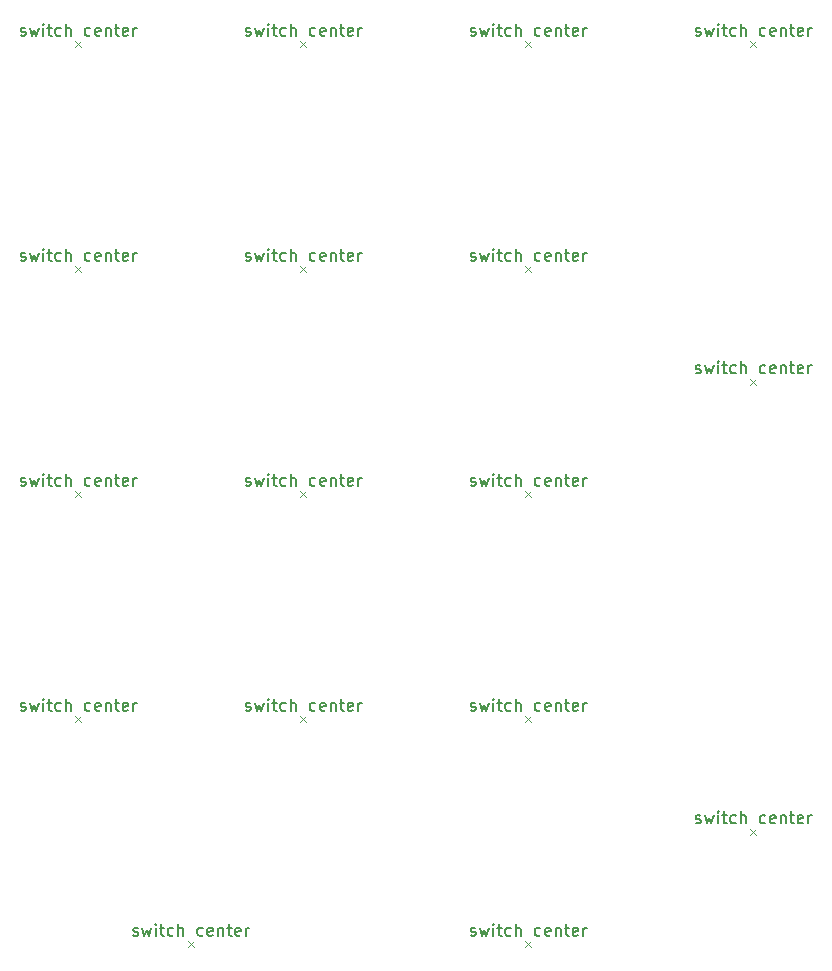
<source format=gbr>
%TF.GenerationSoftware,KiCad,Pcbnew,(6.0.10-0)*%
%TF.CreationDate,2023-02-04T09:28:37-08:00*%
%TF.ProjectId,ElephantKeyboard,456c6570-6861-46e7-944b-6579626f6172,rev?*%
%TF.SameCoordinates,Original*%
%TF.FileFunction,Other,Comment*%
%FSLAX46Y46*%
G04 Gerber Fmt 4.6, Leading zero omitted, Abs format (unit mm)*
G04 Created by KiCad (PCBNEW (6.0.10-0)) date 2023-02-04 09:28:37*
%MOMM*%
%LPD*%
G01*
G04 APERTURE LIST*
%ADD10C,0.150000*%
%ADD11C,0.120000*%
G04 APERTURE END LIST*
D10*
%TO.C,LED15*%
X77756357Y-148586761D02*
X77851595Y-148634380D01*
X78042071Y-148634380D01*
X78137309Y-148586761D01*
X78184928Y-148491523D01*
X78184928Y-148443904D01*
X78137309Y-148348666D01*
X78042071Y-148301047D01*
X77899214Y-148301047D01*
X77803976Y-148253428D01*
X77756357Y-148158190D01*
X77756357Y-148110571D01*
X77803976Y-148015333D01*
X77899214Y-147967714D01*
X78042071Y-147967714D01*
X78137309Y-148015333D01*
X78518261Y-147967714D02*
X78708738Y-148634380D01*
X78899214Y-148158190D01*
X79089690Y-148634380D01*
X79280166Y-147967714D01*
X79661119Y-148634380D02*
X79661119Y-147967714D01*
X79661119Y-147634380D02*
X79613500Y-147682000D01*
X79661119Y-147729619D01*
X79708738Y-147682000D01*
X79661119Y-147634380D01*
X79661119Y-147729619D01*
X79994452Y-147967714D02*
X80375404Y-147967714D01*
X80137309Y-147634380D02*
X80137309Y-148491523D01*
X80184928Y-148586761D01*
X80280166Y-148634380D01*
X80375404Y-148634380D01*
X81137309Y-148586761D02*
X81042071Y-148634380D01*
X80851595Y-148634380D01*
X80756357Y-148586761D01*
X80708738Y-148539142D01*
X80661119Y-148443904D01*
X80661119Y-148158190D01*
X80708738Y-148062952D01*
X80756357Y-148015333D01*
X80851595Y-147967714D01*
X81042071Y-147967714D01*
X81137309Y-148015333D01*
X81565880Y-148634380D02*
X81565880Y-147634380D01*
X81994452Y-148634380D02*
X81994452Y-148110571D01*
X81946833Y-148015333D01*
X81851595Y-147967714D01*
X81708738Y-147967714D01*
X81613500Y-148015333D01*
X81565880Y-148062952D01*
X83661119Y-148586761D02*
X83565880Y-148634380D01*
X83375404Y-148634380D01*
X83280166Y-148586761D01*
X83232547Y-148539142D01*
X83184928Y-148443904D01*
X83184928Y-148158190D01*
X83232547Y-148062952D01*
X83280166Y-148015333D01*
X83375404Y-147967714D01*
X83565880Y-147967714D01*
X83661119Y-148015333D01*
X84470642Y-148586761D02*
X84375404Y-148634380D01*
X84184928Y-148634380D01*
X84089690Y-148586761D01*
X84042071Y-148491523D01*
X84042071Y-148110571D01*
X84089690Y-148015333D01*
X84184928Y-147967714D01*
X84375404Y-147967714D01*
X84470642Y-148015333D01*
X84518261Y-148110571D01*
X84518261Y-148205809D01*
X84042071Y-148301047D01*
X84946833Y-147967714D02*
X84946833Y-148634380D01*
X84946833Y-148062952D02*
X84994452Y-148015333D01*
X85089690Y-147967714D01*
X85232547Y-147967714D01*
X85327785Y-148015333D01*
X85375404Y-148110571D01*
X85375404Y-148634380D01*
X85708738Y-147967714D02*
X86089690Y-147967714D01*
X85851595Y-147634380D02*
X85851595Y-148491523D01*
X85899214Y-148586761D01*
X85994452Y-148634380D01*
X86089690Y-148634380D01*
X86803976Y-148586761D02*
X86708738Y-148634380D01*
X86518261Y-148634380D01*
X86423023Y-148586761D01*
X86375404Y-148491523D01*
X86375404Y-148110571D01*
X86423023Y-148015333D01*
X86518261Y-147967714D01*
X86708738Y-147967714D01*
X86803976Y-148015333D01*
X86851595Y-148110571D01*
X86851595Y-148205809D01*
X86375404Y-148301047D01*
X87280166Y-148634380D02*
X87280166Y-147967714D01*
X87280166Y-148158190D02*
X87327785Y-148062952D01*
X87375404Y-148015333D01*
X87470642Y-147967714D01*
X87565880Y-147967714D01*
%TO.C,LED5*%
X68231357Y-91436761D02*
X68326595Y-91484380D01*
X68517071Y-91484380D01*
X68612309Y-91436761D01*
X68659928Y-91341523D01*
X68659928Y-91293904D01*
X68612309Y-91198666D01*
X68517071Y-91151047D01*
X68374214Y-91151047D01*
X68278976Y-91103428D01*
X68231357Y-91008190D01*
X68231357Y-90960571D01*
X68278976Y-90865333D01*
X68374214Y-90817714D01*
X68517071Y-90817714D01*
X68612309Y-90865333D01*
X68993261Y-90817714D02*
X69183738Y-91484380D01*
X69374214Y-91008190D01*
X69564690Y-91484380D01*
X69755166Y-90817714D01*
X70136119Y-91484380D02*
X70136119Y-90817714D01*
X70136119Y-90484380D02*
X70088500Y-90532000D01*
X70136119Y-90579619D01*
X70183738Y-90532000D01*
X70136119Y-90484380D01*
X70136119Y-90579619D01*
X70469452Y-90817714D02*
X70850404Y-90817714D01*
X70612309Y-90484380D02*
X70612309Y-91341523D01*
X70659928Y-91436761D01*
X70755166Y-91484380D01*
X70850404Y-91484380D01*
X71612309Y-91436761D02*
X71517071Y-91484380D01*
X71326595Y-91484380D01*
X71231357Y-91436761D01*
X71183738Y-91389142D01*
X71136119Y-91293904D01*
X71136119Y-91008190D01*
X71183738Y-90912952D01*
X71231357Y-90865333D01*
X71326595Y-90817714D01*
X71517071Y-90817714D01*
X71612309Y-90865333D01*
X72040880Y-91484380D02*
X72040880Y-90484380D01*
X72469452Y-91484380D02*
X72469452Y-90960571D01*
X72421833Y-90865333D01*
X72326595Y-90817714D01*
X72183738Y-90817714D01*
X72088500Y-90865333D01*
X72040880Y-90912952D01*
X74136119Y-91436761D02*
X74040880Y-91484380D01*
X73850404Y-91484380D01*
X73755166Y-91436761D01*
X73707547Y-91389142D01*
X73659928Y-91293904D01*
X73659928Y-91008190D01*
X73707547Y-90912952D01*
X73755166Y-90865333D01*
X73850404Y-90817714D01*
X74040880Y-90817714D01*
X74136119Y-90865333D01*
X74945642Y-91436761D02*
X74850404Y-91484380D01*
X74659928Y-91484380D01*
X74564690Y-91436761D01*
X74517071Y-91341523D01*
X74517071Y-90960571D01*
X74564690Y-90865333D01*
X74659928Y-90817714D01*
X74850404Y-90817714D01*
X74945642Y-90865333D01*
X74993261Y-90960571D01*
X74993261Y-91055809D01*
X74517071Y-91151047D01*
X75421833Y-90817714D02*
X75421833Y-91484380D01*
X75421833Y-90912952D02*
X75469452Y-90865333D01*
X75564690Y-90817714D01*
X75707547Y-90817714D01*
X75802785Y-90865333D01*
X75850404Y-90960571D01*
X75850404Y-91484380D01*
X76183738Y-90817714D02*
X76564690Y-90817714D01*
X76326595Y-90484380D02*
X76326595Y-91341523D01*
X76374214Y-91436761D01*
X76469452Y-91484380D01*
X76564690Y-91484380D01*
X77278976Y-91436761D02*
X77183738Y-91484380D01*
X76993261Y-91484380D01*
X76898023Y-91436761D01*
X76850404Y-91341523D01*
X76850404Y-90960571D01*
X76898023Y-90865333D01*
X76993261Y-90817714D01*
X77183738Y-90817714D01*
X77278976Y-90865333D01*
X77326595Y-90960571D01*
X77326595Y-91055809D01*
X76850404Y-91151047D01*
X77755166Y-91484380D02*
X77755166Y-90817714D01*
X77755166Y-91008190D02*
X77802785Y-90912952D01*
X77850404Y-90865333D01*
X77945642Y-90817714D01*
X78040880Y-90817714D01*
%TO.C,LED3*%
X106331357Y-72386761D02*
X106426595Y-72434380D01*
X106617071Y-72434380D01*
X106712309Y-72386761D01*
X106759928Y-72291523D01*
X106759928Y-72243904D01*
X106712309Y-72148666D01*
X106617071Y-72101047D01*
X106474214Y-72101047D01*
X106378976Y-72053428D01*
X106331357Y-71958190D01*
X106331357Y-71910571D01*
X106378976Y-71815333D01*
X106474214Y-71767714D01*
X106617071Y-71767714D01*
X106712309Y-71815333D01*
X107093261Y-71767714D02*
X107283738Y-72434380D01*
X107474214Y-71958190D01*
X107664690Y-72434380D01*
X107855166Y-71767714D01*
X108236119Y-72434380D02*
X108236119Y-71767714D01*
X108236119Y-71434380D02*
X108188500Y-71482000D01*
X108236119Y-71529619D01*
X108283738Y-71482000D01*
X108236119Y-71434380D01*
X108236119Y-71529619D01*
X108569452Y-71767714D02*
X108950404Y-71767714D01*
X108712309Y-71434380D02*
X108712309Y-72291523D01*
X108759928Y-72386761D01*
X108855166Y-72434380D01*
X108950404Y-72434380D01*
X109712309Y-72386761D02*
X109617071Y-72434380D01*
X109426595Y-72434380D01*
X109331357Y-72386761D01*
X109283738Y-72339142D01*
X109236119Y-72243904D01*
X109236119Y-71958190D01*
X109283738Y-71862952D01*
X109331357Y-71815333D01*
X109426595Y-71767714D01*
X109617071Y-71767714D01*
X109712309Y-71815333D01*
X110140880Y-72434380D02*
X110140880Y-71434380D01*
X110569452Y-72434380D02*
X110569452Y-71910571D01*
X110521833Y-71815333D01*
X110426595Y-71767714D01*
X110283738Y-71767714D01*
X110188500Y-71815333D01*
X110140880Y-71862952D01*
X112236119Y-72386761D02*
X112140880Y-72434380D01*
X111950404Y-72434380D01*
X111855166Y-72386761D01*
X111807547Y-72339142D01*
X111759928Y-72243904D01*
X111759928Y-71958190D01*
X111807547Y-71862952D01*
X111855166Y-71815333D01*
X111950404Y-71767714D01*
X112140880Y-71767714D01*
X112236119Y-71815333D01*
X113045642Y-72386761D02*
X112950404Y-72434380D01*
X112759928Y-72434380D01*
X112664690Y-72386761D01*
X112617071Y-72291523D01*
X112617071Y-71910571D01*
X112664690Y-71815333D01*
X112759928Y-71767714D01*
X112950404Y-71767714D01*
X113045642Y-71815333D01*
X113093261Y-71910571D01*
X113093261Y-72005809D01*
X112617071Y-72101047D01*
X113521833Y-71767714D02*
X113521833Y-72434380D01*
X113521833Y-71862952D02*
X113569452Y-71815333D01*
X113664690Y-71767714D01*
X113807547Y-71767714D01*
X113902785Y-71815333D01*
X113950404Y-71910571D01*
X113950404Y-72434380D01*
X114283738Y-71767714D02*
X114664690Y-71767714D01*
X114426595Y-71434380D02*
X114426595Y-72291523D01*
X114474214Y-72386761D01*
X114569452Y-72434380D01*
X114664690Y-72434380D01*
X115378976Y-72386761D02*
X115283738Y-72434380D01*
X115093261Y-72434380D01*
X114998023Y-72386761D01*
X114950404Y-72291523D01*
X114950404Y-71910571D01*
X114998023Y-71815333D01*
X115093261Y-71767714D01*
X115283738Y-71767714D01*
X115378976Y-71815333D01*
X115426595Y-71910571D01*
X115426595Y-72005809D01*
X114950404Y-72101047D01*
X115855166Y-72434380D02*
X115855166Y-71767714D01*
X115855166Y-71958190D02*
X115902785Y-71862952D01*
X115950404Y-71815333D01*
X116045642Y-71767714D01*
X116140880Y-71767714D01*
%TO.C,LED13*%
X87281357Y-129536761D02*
X87376595Y-129584380D01*
X87567071Y-129584380D01*
X87662309Y-129536761D01*
X87709928Y-129441523D01*
X87709928Y-129393904D01*
X87662309Y-129298666D01*
X87567071Y-129251047D01*
X87424214Y-129251047D01*
X87328976Y-129203428D01*
X87281357Y-129108190D01*
X87281357Y-129060571D01*
X87328976Y-128965333D01*
X87424214Y-128917714D01*
X87567071Y-128917714D01*
X87662309Y-128965333D01*
X88043261Y-128917714D02*
X88233738Y-129584380D01*
X88424214Y-129108190D01*
X88614690Y-129584380D01*
X88805166Y-128917714D01*
X89186119Y-129584380D02*
X89186119Y-128917714D01*
X89186119Y-128584380D02*
X89138500Y-128632000D01*
X89186119Y-128679619D01*
X89233738Y-128632000D01*
X89186119Y-128584380D01*
X89186119Y-128679619D01*
X89519452Y-128917714D02*
X89900404Y-128917714D01*
X89662309Y-128584380D02*
X89662309Y-129441523D01*
X89709928Y-129536761D01*
X89805166Y-129584380D01*
X89900404Y-129584380D01*
X90662309Y-129536761D02*
X90567071Y-129584380D01*
X90376595Y-129584380D01*
X90281357Y-129536761D01*
X90233738Y-129489142D01*
X90186119Y-129393904D01*
X90186119Y-129108190D01*
X90233738Y-129012952D01*
X90281357Y-128965333D01*
X90376595Y-128917714D01*
X90567071Y-128917714D01*
X90662309Y-128965333D01*
X91090880Y-129584380D02*
X91090880Y-128584380D01*
X91519452Y-129584380D02*
X91519452Y-129060571D01*
X91471833Y-128965333D01*
X91376595Y-128917714D01*
X91233738Y-128917714D01*
X91138500Y-128965333D01*
X91090880Y-129012952D01*
X93186119Y-129536761D02*
X93090880Y-129584380D01*
X92900404Y-129584380D01*
X92805166Y-129536761D01*
X92757547Y-129489142D01*
X92709928Y-129393904D01*
X92709928Y-129108190D01*
X92757547Y-129012952D01*
X92805166Y-128965333D01*
X92900404Y-128917714D01*
X93090880Y-128917714D01*
X93186119Y-128965333D01*
X93995642Y-129536761D02*
X93900404Y-129584380D01*
X93709928Y-129584380D01*
X93614690Y-129536761D01*
X93567071Y-129441523D01*
X93567071Y-129060571D01*
X93614690Y-128965333D01*
X93709928Y-128917714D01*
X93900404Y-128917714D01*
X93995642Y-128965333D01*
X94043261Y-129060571D01*
X94043261Y-129155809D01*
X93567071Y-129251047D01*
X94471833Y-128917714D02*
X94471833Y-129584380D01*
X94471833Y-129012952D02*
X94519452Y-128965333D01*
X94614690Y-128917714D01*
X94757547Y-128917714D01*
X94852785Y-128965333D01*
X94900404Y-129060571D01*
X94900404Y-129584380D01*
X95233738Y-128917714D02*
X95614690Y-128917714D01*
X95376595Y-128584380D02*
X95376595Y-129441523D01*
X95424214Y-129536761D01*
X95519452Y-129584380D01*
X95614690Y-129584380D01*
X96328976Y-129536761D02*
X96233738Y-129584380D01*
X96043261Y-129584380D01*
X95948023Y-129536761D01*
X95900404Y-129441523D01*
X95900404Y-129060571D01*
X95948023Y-128965333D01*
X96043261Y-128917714D01*
X96233738Y-128917714D01*
X96328976Y-128965333D01*
X96376595Y-129060571D01*
X96376595Y-129155809D01*
X95900404Y-129251047D01*
X96805166Y-129584380D02*
X96805166Y-128917714D01*
X96805166Y-129108190D02*
X96852785Y-129012952D01*
X96900404Y-128965333D01*
X96995642Y-128917714D01*
X97090880Y-128917714D01*
%TO.C,LED17*%
X125381357Y-139061761D02*
X125476595Y-139109380D01*
X125667071Y-139109380D01*
X125762309Y-139061761D01*
X125809928Y-138966523D01*
X125809928Y-138918904D01*
X125762309Y-138823666D01*
X125667071Y-138776047D01*
X125524214Y-138776047D01*
X125428976Y-138728428D01*
X125381357Y-138633190D01*
X125381357Y-138585571D01*
X125428976Y-138490333D01*
X125524214Y-138442714D01*
X125667071Y-138442714D01*
X125762309Y-138490333D01*
X126143261Y-138442714D02*
X126333738Y-139109380D01*
X126524214Y-138633190D01*
X126714690Y-139109380D01*
X126905166Y-138442714D01*
X127286119Y-139109380D02*
X127286119Y-138442714D01*
X127286119Y-138109380D02*
X127238500Y-138157000D01*
X127286119Y-138204619D01*
X127333738Y-138157000D01*
X127286119Y-138109380D01*
X127286119Y-138204619D01*
X127619452Y-138442714D02*
X128000404Y-138442714D01*
X127762309Y-138109380D02*
X127762309Y-138966523D01*
X127809928Y-139061761D01*
X127905166Y-139109380D01*
X128000404Y-139109380D01*
X128762309Y-139061761D02*
X128667071Y-139109380D01*
X128476595Y-139109380D01*
X128381357Y-139061761D01*
X128333738Y-139014142D01*
X128286119Y-138918904D01*
X128286119Y-138633190D01*
X128333738Y-138537952D01*
X128381357Y-138490333D01*
X128476595Y-138442714D01*
X128667071Y-138442714D01*
X128762309Y-138490333D01*
X129190880Y-139109380D02*
X129190880Y-138109380D01*
X129619452Y-139109380D02*
X129619452Y-138585571D01*
X129571833Y-138490333D01*
X129476595Y-138442714D01*
X129333738Y-138442714D01*
X129238500Y-138490333D01*
X129190880Y-138537952D01*
X131286119Y-139061761D02*
X131190880Y-139109380D01*
X131000404Y-139109380D01*
X130905166Y-139061761D01*
X130857547Y-139014142D01*
X130809928Y-138918904D01*
X130809928Y-138633190D01*
X130857547Y-138537952D01*
X130905166Y-138490333D01*
X131000404Y-138442714D01*
X131190880Y-138442714D01*
X131286119Y-138490333D01*
X132095642Y-139061761D02*
X132000404Y-139109380D01*
X131809928Y-139109380D01*
X131714690Y-139061761D01*
X131667071Y-138966523D01*
X131667071Y-138585571D01*
X131714690Y-138490333D01*
X131809928Y-138442714D01*
X132000404Y-138442714D01*
X132095642Y-138490333D01*
X132143261Y-138585571D01*
X132143261Y-138680809D01*
X131667071Y-138776047D01*
X132571833Y-138442714D02*
X132571833Y-139109380D01*
X132571833Y-138537952D02*
X132619452Y-138490333D01*
X132714690Y-138442714D01*
X132857547Y-138442714D01*
X132952785Y-138490333D01*
X133000404Y-138585571D01*
X133000404Y-139109380D01*
X133333738Y-138442714D02*
X133714690Y-138442714D01*
X133476595Y-138109380D02*
X133476595Y-138966523D01*
X133524214Y-139061761D01*
X133619452Y-139109380D01*
X133714690Y-139109380D01*
X134428976Y-139061761D02*
X134333738Y-139109380D01*
X134143261Y-139109380D01*
X134048023Y-139061761D01*
X134000404Y-138966523D01*
X134000404Y-138585571D01*
X134048023Y-138490333D01*
X134143261Y-138442714D01*
X134333738Y-138442714D01*
X134428976Y-138490333D01*
X134476595Y-138585571D01*
X134476595Y-138680809D01*
X134000404Y-138776047D01*
X134905166Y-139109380D02*
X134905166Y-138442714D01*
X134905166Y-138633190D02*
X134952785Y-138537952D01*
X135000404Y-138490333D01*
X135095642Y-138442714D01*
X135190880Y-138442714D01*
%TO.C,LED6*%
X87281357Y-91436761D02*
X87376595Y-91484380D01*
X87567071Y-91484380D01*
X87662309Y-91436761D01*
X87709928Y-91341523D01*
X87709928Y-91293904D01*
X87662309Y-91198666D01*
X87567071Y-91151047D01*
X87424214Y-91151047D01*
X87328976Y-91103428D01*
X87281357Y-91008190D01*
X87281357Y-90960571D01*
X87328976Y-90865333D01*
X87424214Y-90817714D01*
X87567071Y-90817714D01*
X87662309Y-90865333D01*
X88043261Y-90817714D02*
X88233738Y-91484380D01*
X88424214Y-91008190D01*
X88614690Y-91484380D01*
X88805166Y-90817714D01*
X89186119Y-91484380D02*
X89186119Y-90817714D01*
X89186119Y-90484380D02*
X89138500Y-90532000D01*
X89186119Y-90579619D01*
X89233738Y-90532000D01*
X89186119Y-90484380D01*
X89186119Y-90579619D01*
X89519452Y-90817714D02*
X89900404Y-90817714D01*
X89662309Y-90484380D02*
X89662309Y-91341523D01*
X89709928Y-91436761D01*
X89805166Y-91484380D01*
X89900404Y-91484380D01*
X90662309Y-91436761D02*
X90567071Y-91484380D01*
X90376595Y-91484380D01*
X90281357Y-91436761D01*
X90233738Y-91389142D01*
X90186119Y-91293904D01*
X90186119Y-91008190D01*
X90233738Y-90912952D01*
X90281357Y-90865333D01*
X90376595Y-90817714D01*
X90567071Y-90817714D01*
X90662309Y-90865333D01*
X91090880Y-91484380D02*
X91090880Y-90484380D01*
X91519452Y-91484380D02*
X91519452Y-90960571D01*
X91471833Y-90865333D01*
X91376595Y-90817714D01*
X91233738Y-90817714D01*
X91138500Y-90865333D01*
X91090880Y-90912952D01*
X93186119Y-91436761D02*
X93090880Y-91484380D01*
X92900404Y-91484380D01*
X92805166Y-91436761D01*
X92757547Y-91389142D01*
X92709928Y-91293904D01*
X92709928Y-91008190D01*
X92757547Y-90912952D01*
X92805166Y-90865333D01*
X92900404Y-90817714D01*
X93090880Y-90817714D01*
X93186119Y-90865333D01*
X93995642Y-91436761D02*
X93900404Y-91484380D01*
X93709928Y-91484380D01*
X93614690Y-91436761D01*
X93567071Y-91341523D01*
X93567071Y-90960571D01*
X93614690Y-90865333D01*
X93709928Y-90817714D01*
X93900404Y-90817714D01*
X93995642Y-90865333D01*
X94043261Y-90960571D01*
X94043261Y-91055809D01*
X93567071Y-91151047D01*
X94471833Y-90817714D02*
X94471833Y-91484380D01*
X94471833Y-90912952D02*
X94519452Y-90865333D01*
X94614690Y-90817714D01*
X94757547Y-90817714D01*
X94852785Y-90865333D01*
X94900404Y-90960571D01*
X94900404Y-91484380D01*
X95233738Y-90817714D02*
X95614690Y-90817714D01*
X95376595Y-90484380D02*
X95376595Y-91341523D01*
X95424214Y-91436761D01*
X95519452Y-91484380D01*
X95614690Y-91484380D01*
X96328976Y-91436761D02*
X96233738Y-91484380D01*
X96043261Y-91484380D01*
X95948023Y-91436761D01*
X95900404Y-91341523D01*
X95900404Y-90960571D01*
X95948023Y-90865333D01*
X96043261Y-90817714D01*
X96233738Y-90817714D01*
X96328976Y-90865333D01*
X96376595Y-90960571D01*
X96376595Y-91055809D01*
X95900404Y-91151047D01*
X96805166Y-91484380D02*
X96805166Y-90817714D01*
X96805166Y-91008190D02*
X96852785Y-90912952D01*
X96900404Y-90865333D01*
X96995642Y-90817714D01*
X97090880Y-90817714D01*
%TO.C,LED16*%
X106331357Y-148586761D02*
X106426595Y-148634380D01*
X106617071Y-148634380D01*
X106712309Y-148586761D01*
X106759928Y-148491523D01*
X106759928Y-148443904D01*
X106712309Y-148348666D01*
X106617071Y-148301047D01*
X106474214Y-148301047D01*
X106378976Y-148253428D01*
X106331357Y-148158190D01*
X106331357Y-148110571D01*
X106378976Y-148015333D01*
X106474214Y-147967714D01*
X106617071Y-147967714D01*
X106712309Y-148015333D01*
X107093261Y-147967714D02*
X107283738Y-148634380D01*
X107474214Y-148158190D01*
X107664690Y-148634380D01*
X107855166Y-147967714D01*
X108236119Y-148634380D02*
X108236119Y-147967714D01*
X108236119Y-147634380D02*
X108188500Y-147682000D01*
X108236119Y-147729619D01*
X108283738Y-147682000D01*
X108236119Y-147634380D01*
X108236119Y-147729619D01*
X108569452Y-147967714D02*
X108950404Y-147967714D01*
X108712309Y-147634380D02*
X108712309Y-148491523D01*
X108759928Y-148586761D01*
X108855166Y-148634380D01*
X108950404Y-148634380D01*
X109712309Y-148586761D02*
X109617071Y-148634380D01*
X109426595Y-148634380D01*
X109331357Y-148586761D01*
X109283738Y-148539142D01*
X109236119Y-148443904D01*
X109236119Y-148158190D01*
X109283738Y-148062952D01*
X109331357Y-148015333D01*
X109426595Y-147967714D01*
X109617071Y-147967714D01*
X109712309Y-148015333D01*
X110140880Y-148634380D02*
X110140880Y-147634380D01*
X110569452Y-148634380D02*
X110569452Y-148110571D01*
X110521833Y-148015333D01*
X110426595Y-147967714D01*
X110283738Y-147967714D01*
X110188500Y-148015333D01*
X110140880Y-148062952D01*
X112236119Y-148586761D02*
X112140880Y-148634380D01*
X111950404Y-148634380D01*
X111855166Y-148586761D01*
X111807547Y-148539142D01*
X111759928Y-148443904D01*
X111759928Y-148158190D01*
X111807547Y-148062952D01*
X111855166Y-148015333D01*
X111950404Y-147967714D01*
X112140880Y-147967714D01*
X112236119Y-148015333D01*
X113045642Y-148586761D02*
X112950404Y-148634380D01*
X112759928Y-148634380D01*
X112664690Y-148586761D01*
X112617071Y-148491523D01*
X112617071Y-148110571D01*
X112664690Y-148015333D01*
X112759928Y-147967714D01*
X112950404Y-147967714D01*
X113045642Y-148015333D01*
X113093261Y-148110571D01*
X113093261Y-148205809D01*
X112617071Y-148301047D01*
X113521833Y-147967714D02*
X113521833Y-148634380D01*
X113521833Y-148062952D02*
X113569452Y-148015333D01*
X113664690Y-147967714D01*
X113807547Y-147967714D01*
X113902785Y-148015333D01*
X113950404Y-148110571D01*
X113950404Y-148634380D01*
X114283738Y-147967714D02*
X114664690Y-147967714D01*
X114426595Y-147634380D02*
X114426595Y-148491523D01*
X114474214Y-148586761D01*
X114569452Y-148634380D01*
X114664690Y-148634380D01*
X115378976Y-148586761D02*
X115283738Y-148634380D01*
X115093261Y-148634380D01*
X114998023Y-148586761D01*
X114950404Y-148491523D01*
X114950404Y-148110571D01*
X114998023Y-148015333D01*
X115093261Y-147967714D01*
X115283738Y-147967714D01*
X115378976Y-148015333D01*
X115426595Y-148110571D01*
X115426595Y-148205809D01*
X114950404Y-148301047D01*
X115855166Y-148634380D02*
X115855166Y-147967714D01*
X115855166Y-148158190D02*
X115902785Y-148062952D01*
X115950404Y-148015333D01*
X116045642Y-147967714D01*
X116140880Y-147967714D01*
%TO.C,LED4*%
X125381357Y-72386761D02*
X125476595Y-72434380D01*
X125667071Y-72434380D01*
X125762309Y-72386761D01*
X125809928Y-72291523D01*
X125809928Y-72243904D01*
X125762309Y-72148666D01*
X125667071Y-72101047D01*
X125524214Y-72101047D01*
X125428976Y-72053428D01*
X125381357Y-71958190D01*
X125381357Y-71910571D01*
X125428976Y-71815333D01*
X125524214Y-71767714D01*
X125667071Y-71767714D01*
X125762309Y-71815333D01*
X126143261Y-71767714D02*
X126333738Y-72434380D01*
X126524214Y-71958190D01*
X126714690Y-72434380D01*
X126905166Y-71767714D01*
X127286119Y-72434380D02*
X127286119Y-71767714D01*
X127286119Y-71434380D02*
X127238500Y-71482000D01*
X127286119Y-71529619D01*
X127333738Y-71482000D01*
X127286119Y-71434380D01*
X127286119Y-71529619D01*
X127619452Y-71767714D02*
X128000404Y-71767714D01*
X127762309Y-71434380D02*
X127762309Y-72291523D01*
X127809928Y-72386761D01*
X127905166Y-72434380D01*
X128000404Y-72434380D01*
X128762309Y-72386761D02*
X128667071Y-72434380D01*
X128476595Y-72434380D01*
X128381357Y-72386761D01*
X128333738Y-72339142D01*
X128286119Y-72243904D01*
X128286119Y-71958190D01*
X128333738Y-71862952D01*
X128381357Y-71815333D01*
X128476595Y-71767714D01*
X128667071Y-71767714D01*
X128762309Y-71815333D01*
X129190880Y-72434380D02*
X129190880Y-71434380D01*
X129619452Y-72434380D02*
X129619452Y-71910571D01*
X129571833Y-71815333D01*
X129476595Y-71767714D01*
X129333738Y-71767714D01*
X129238500Y-71815333D01*
X129190880Y-71862952D01*
X131286119Y-72386761D02*
X131190880Y-72434380D01*
X131000404Y-72434380D01*
X130905166Y-72386761D01*
X130857547Y-72339142D01*
X130809928Y-72243904D01*
X130809928Y-71958190D01*
X130857547Y-71862952D01*
X130905166Y-71815333D01*
X131000404Y-71767714D01*
X131190880Y-71767714D01*
X131286119Y-71815333D01*
X132095642Y-72386761D02*
X132000404Y-72434380D01*
X131809928Y-72434380D01*
X131714690Y-72386761D01*
X131667071Y-72291523D01*
X131667071Y-71910571D01*
X131714690Y-71815333D01*
X131809928Y-71767714D01*
X132000404Y-71767714D01*
X132095642Y-71815333D01*
X132143261Y-71910571D01*
X132143261Y-72005809D01*
X131667071Y-72101047D01*
X132571833Y-71767714D02*
X132571833Y-72434380D01*
X132571833Y-71862952D02*
X132619452Y-71815333D01*
X132714690Y-71767714D01*
X132857547Y-71767714D01*
X132952785Y-71815333D01*
X133000404Y-71910571D01*
X133000404Y-72434380D01*
X133333738Y-71767714D02*
X133714690Y-71767714D01*
X133476595Y-71434380D02*
X133476595Y-72291523D01*
X133524214Y-72386761D01*
X133619452Y-72434380D01*
X133714690Y-72434380D01*
X134428976Y-72386761D02*
X134333738Y-72434380D01*
X134143261Y-72434380D01*
X134048023Y-72386761D01*
X134000404Y-72291523D01*
X134000404Y-71910571D01*
X134048023Y-71815333D01*
X134143261Y-71767714D01*
X134333738Y-71767714D01*
X134428976Y-71815333D01*
X134476595Y-71910571D01*
X134476595Y-72005809D01*
X134000404Y-72101047D01*
X134905166Y-72434380D02*
X134905166Y-71767714D01*
X134905166Y-71958190D02*
X134952785Y-71862952D01*
X135000404Y-71815333D01*
X135095642Y-71767714D01*
X135190880Y-71767714D01*
%TO.C,LED10*%
X106331357Y-110486761D02*
X106426595Y-110534380D01*
X106617071Y-110534380D01*
X106712309Y-110486761D01*
X106759928Y-110391523D01*
X106759928Y-110343904D01*
X106712309Y-110248666D01*
X106617071Y-110201047D01*
X106474214Y-110201047D01*
X106378976Y-110153428D01*
X106331357Y-110058190D01*
X106331357Y-110010571D01*
X106378976Y-109915333D01*
X106474214Y-109867714D01*
X106617071Y-109867714D01*
X106712309Y-109915333D01*
X107093261Y-109867714D02*
X107283738Y-110534380D01*
X107474214Y-110058190D01*
X107664690Y-110534380D01*
X107855166Y-109867714D01*
X108236119Y-110534380D02*
X108236119Y-109867714D01*
X108236119Y-109534380D02*
X108188500Y-109582000D01*
X108236119Y-109629619D01*
X108283738Y-109582000D01*
X108236119Y-109534380D01*
X108236119Y-109629619D01*
X108569452Y-109867714D02*
X108950404Y-109867714D01*
X108712309Y-109534380D02*
X108712309Y-110391523D01*
X108759928Y-110486761D01*
X108855166Y-110534380D01*
X108950404Y-110534380D01*
X109712309Y-110486761D02*
X109617071Y-110534380D01*
X109426595Y-110534380D01*
X109331357Y-110486761D01*
X109283738Y-110439142D01*
X109236119Y-110343904D01*
X109236119Y-110058190D01*
X109283738Y-109962952D01*
X109331357Y-109915333D01*
X109426595Y-109867714D01*
X109617071Y-109867714D01*
X109712309Y-109915333D01*
X110140880Y-110534380D02*
X110140880Y-109534380D01*
X110569452Y-110534380D02*
X110569452Y-110010571D01*
X110521833Y-109915333D01*
X110426595Y-109867714D01*
X110283738Y-109867714D01*
X110188500Y-109915333D01*
X110140880Y-109962952D01*
X112236119Y-110486761D02*
X112140880Y-110534380D01*
X111950404Y-110534380D01*
X111855166Y-110486761D01*
X111807547Y-110439142D01*
X111759928Y-110343904D01*
X111759928Y-110058190D01*
X111807547Y-109962952D01*
X111855166Y-109915333D01*
X111950404Y-109867714D01*
X112140880Y-109867714D01*
X112236119Y-109915333D01*
X113045642Y-110486761D02*
X112950404Y-110534380D01*
X112759928Y-110534380D01*
X112664690Y-110486761D01*
X112617071Y-110391523D01*
X112617071Y-110010571D01*
X112664690Y-109915333D01*
X112759928Y-109867714D01*
X112950404Y-109867714D01*
X113045642Y-109915333D01*
X113093261Y-110010571D01*
X113093261Y-110105809D01*
X112617071Y-110201047D01*
X113521833Y-109867714D02*
X113521833Y-110534380D01*
X113521833Y-109962952D02*
X113569452Y-109915333D01*
X113664690Y-109867714D01*
X113807547Y-109867714D01*
X113902785Y-109915333D01*
X113950404Y-110010571D01*
X113950404Y-110534380D01*
X114283738Y-109867714D02*
X114664690Y-109867714D01*
X114426595Y-109534380D02*
X114426595Y-110391523D01*
X114474214Y-110486761D01*
X114569452Y-110534380D01*
X114664690Y-110534380D01*
X115378976Y-110486761D02*
X115283738Y-110534380D01*
X115093261Y-110534380D01*
X114998023Y-110486761D01*
X114950404Y-110391523D01*
X114950404Y-110010571D01*
X114998023Y-109915333D01*
X115093261Y-109867714D01*
X115283738Y-109867714D01*
X115378976Y-109915333D01*
X115426595Y-110010571D01*
X115426595Y-110105809D01*
X114950404Y-110201047D01*
X115855166Y-110534380D02*
X115855166Y-109867714D01*
X115855166Y-110058190D02*
X115902785Y-109962952D01*
X115950404Y-109915333D01*
X116045642Y-109867714D01*
X116140880Y-109867714D01*
%TO.C,LED9*%
X87281357Y-110486761D02*
X87376595Y-110534380D01*
X87567071Y-110534380D01*
X87662309Y-110486761D01*
X87709928Y-110391523D01*
X87709928Y-110343904D01*
X87662309Y-110248666D01*
X87567071Y-110201047D01*
X87424214Y-110201047D01*
X87328976Y-110153428D01*
X87281357Y-110058190D01*
X87281357Y-110010571D01*
X87328976Y-109915333D01*
X87424214Y-109867714D01*
X87567071Y-109867714D01*
X87662309Y-109915333D01*
X88043261Y-109867714D02*
X88233738Y-110534380D01*
X88424214Y-110058190D01*
X88614690Y-110534380D01*
X88805166Y-109867714D01*
X89186119Y-110534380D02*
X89186119Y-109867714D01*
X89186119Y-109534380D02*
X89138500Y-109582000D01*
X89186119Y-109629619D01*
X89233738Y-109582000D01*
X89186119Y-109534380D01*
X89186119Y-109629619D01*
X89519452Y-109867714D02*
X89900404Y-109867714D01*
X89662309Y-109534380D02*
X89662309Y-110391523D01*
X89709928Y-110486761D01*
X89805166Y-110534380D01*
X89900404Y-110534380D01*
X90662309Y-110486761D02*
X90567071Y-110534380D01*
X90376595Y-110534380D01*
X90281357Y-110486761D01*
X90233738Y-110439142D01*
X90186119Y-110343904D01*
X90186119Y-110058190D01*
X90233738Y-109962952D01*
X90281357Y-109915333D01*
X90376595Y-109867714D01*
X90567071Y-109867714D01*
X90662309Y-109915333D01*
X91090880Y-110534380D02*
X91090880Y-109534380D01*
X91519452Y-110534380D02*
X91519452Y-110010571D01*
X91471833Y-109915333D01*
X91376595Y-109867714D01*
X91233738Y-109867714D01*
X91138500Y-109915333D01*
X91090880Y-109962952D01*
X93186119Y-110486761D02*
X93090880Y-110534380D01*
X92900404Y-110534380D01*
X92805166Y-110486761D01*
X92757547Y-110439142D01*
X92709928Y-110343904D01*
X92709928Y-110058190D01*
X92757547Y-109962952D01*
X92805166Y-109915333D01*
X92900404Y-109867714D01*
X93090880Y-109867714D01*
X93186119Y-109915333D01*
X93995642Y-110486761D02*
X93900404Y-110534380D01*
X93709928Y-110534380D01*
X93614690Y-110486761D01*
X93567071Y-110391523D01*
X93567071Y-110010571D01*
X93614690Y-109915333D01*
X93709928Y-109867714D01*
X93900404Y-109867714D01*
X93995642Y-109915333D01*
X94043261Y-110010571D01*
X94043261Y-110105809D01*
X93567071Y-110201047D01*
X94471833Y-109867714D02*
X94471833Y-110534380D01*
X94471833Y-109962952D02*
X94519452Y-109915333D01*
X94614690Y-109867714D01*
X94757547Y-109867714D01*
X94852785Y-109915333D01*
X94900404Y-110010571D01*
X94900404Y-110534380D01*
X95233738Y-109867714D02*
X95614690Y-109867714D01*
X95376595Y-109534380D02*
X95376595Y-110391523D01*
X95424214Y-110486761D01*
X95519452Y-110534380D01*
X95614690Y-110534380D01*
X96328976Y-110486761D02*
X96233738Y-110534380D01*
X96043261Y-110534380D01*
X95948023Y-110486761D01*
X95900404Y-110391523D01*
X95900404Y-110010571D01*
X95948023Y-109915333D01*
X96043261Y-109867714D01*
X96233738Y-109867714D01*
X96328976Y-109915333D01*
X96376595Y-110010571D01*
X96376595Y-110105809D01*
X95900404Y-110201047D01*
X96805166Y-110534380D02*
X96805166Y-109867714D01*
X96805166Y-110058190D02*
X96852785Y-109962952D01*
X96900404Y-109915333D01*
X96995642Y-109867714D01*
X97090880Y-109867714D01*
%TO.C,LED1*%
X68231357Y-72386761D02*
X68326595Y-72434380D01*
X68517071Y-72434380D01*
X68612309Y-72386761D01*
X68659928Y-72291523D01*
X68659928Y-72243904D01*
X68612309Y-72148666D01*
X68517071Y-72101047D01*
X68374214Y-72101047D01*
X68278976Y-72053428D01*
X68231357Y-71958190D01*
X68231357Y-71910571D01*
X68278976Y-71815333D01*
X68374214Y-71767714D01*
X68517071Y-71767714D01*
X68612309Y-71815333D01*
X68993261Y-71767714D02*
X69183738Y-72434380D01*
X69374214Y-71958190D01*
X69564690Y-72434380D01*
X69755166Y-71767714D01*
X70136119Y-72434380D02*
X70136119Y-71767714D01*
X70136119Y-71434380D02*
X70088500Y-71482000D01*
X70136119Y-71529619D01*
X70183738Y-71482000D01*
X70136119Y-71434380D01*
X70136119Y-71529619D01*
X70469452Y-71767714D02*
X70850404Y-71767714D01*
X70612309Y-71434380D02*
X70612309Y-72291523D01*
X70659928Y-72386761D01*
X70755166Y-72434380D01*
X70850404Y-72434380D01*
X71612309Y-72386761D02*
X71517071Y-72434380D01*
X71326595Y-72434380D01*
X71231357Y-72386761D01*
X71183738Y-72339142D01*
X71136119Y-72243904D01*
X71136119Y-71958190D01*
X71183738Y-71862952D01*
X71231357Y-71815333D01*
X71326595Y-71767714D01*
X71517071Y-71767714D01*
X71612309Y-71815333D01*
X72040880Y-72434380D02*
X72040880Y-71434380D01*
X72469452Y-72434380D02*
X72469452Y-71910571D01*
X72421833Y-71815333D01*
X72326595Y-71767714D01*
X72183738Y-71767714D01*
X72088500Y-71815333D01*
X72040880Y-71862952D01*
X74136119Y-72386761D02*
X74040880Y-72434380D01*
X73850404Y-72434380D01*
X73755166Y-72386761D01*
X73707547Y-72339142D01*
X73659928Y-72243904D01*
X73659928Y-71958190D01*
X73707547Y-71862952D01*
X73755166Y-71815333D01*
X73850404Y-71767714D01*
X74040880Y-71767714D01*
X74136119Y-71815333D01*
X74945642Y-72386761D02*
X74850404Y-72434380D01*
X74659928Y-72434380D01*
X74564690Y-72386761D01*
X74517071Y-72291523D01*
X74517071Y-71910571D01*
X74564690Y-71815333D01*
X74659928Y-71767714D01*
X74850404Y-71767714D01*
X74945642Y-71815333D01*
X74993261Y-71910571D01*
X74993261Y-72005809D01*
X74517071Y-72101047D01*
X75421833Y-71767714D02*
X75421833Y-72434380D01*
X75421833Y-71862952D02*
X75469452Y-71815333D01*
X75564690Y-71767714D01*
X75707547Y-71767714D01*
X75802785Y-71815333D01*
X75850404Y-71910571D01*
X75850404Y-72434380D01*
X76183738Y-71767714D02*
X76564690Y-71767714D01*
X76326595Y-71434380D02*
X76326595Y-72291523D01*
X76374214Y-72386761D01*
X76469452Y-72434380D01*
X76564690Y-72434380D01*
X77278976Y-72386761D02*
X77183738Y-72434380D01*
X76993261Y-72434380D01*
X76898023Y-72386761D01*
X76850404Y-72291523D01*
X76850404Y-71910571D01*
X76898023Y-71815333D01*
X76993261Y-71767714D01*
X77183738Y-71767714D01*
X77278976Y-71815333D01*
X77326595Y-71910571D01*
X77326595Y-72005809D01*
X76850404Y-72101047D01*
X77755166Y-72434380D02*
X77755166Y-71767714D01*
X77755166Y-71958190D02*
X77802785Y-71862952D01*
X77850404Y-71815333D01*
X77945642Y-71767714D01*
X78040880Y-71767714D01*
%TO.C,LED12*%
X68231357Y-129536761D02*
X68326595Y-129584380D01*
X68517071Y-129584380D01*
X68612309Y-129536761D01*
X68659928Y-129441523D01*
X68659928Y-129393904D01*
X68612309Y-129298666D01*
X68517071Y-129251047D01*
X68374214Y-129251047D01*
X68278976Y-129203428D01*
X68231357Y-129108190D01*
X68231357Y-129060571D01*
X68278976Y-128965333D01*
X68374214Y-128917714D01*
X68517071Y-128917714D01*
X68612309Y-128965333D01*
X68993261Y-128917714D02*
X69183738Y-129584380D01*
X69374214Y-129108190D01*
X69564690Y-129584380D01*
X69755166Y-128917714D01*
X70136119Y-129584380D02*
X70136119Y-128917714D01*
X70136119Y-128584380D02*
X70088500Y-128632000D01*
X70136119Y-128679619D01*
X70183738Y-128632000D01*
X70136119Y-128584380D01*
X70136119Y-128679619D01*
X70469452Y-128917714D02*
X70850404Y-128917714D01*
X70612309Y-128584380D02*
X70612309Y-129441523D01*
X70659928Y-129536761D01*
X70755166Y-129584380D01*
X70850404Y-129584380D01*
X71612309Y-129536761D02*
X71517071Y-129584380D01*
X71326595Y-129584380D01*
X71231357Y-129536761D01*
X71183738Y-129489142D01*
X71136119Y-129393904D01*
X71136119Y-129108190D01*
X71183738Y-129012952D01*
X71231357Y-128965333D01*
X71326595Y-128917714D01*
X71517071Y-128917714D01*
X71612309Y-128965333D01*
X72040880Y-129584380D02*
X72040880Y-128584380D01*
X72469452Y-129584380D02*
X72469452Y-129060571D01*
X72421833Y-128965333D01*
X72326595Y-128917714D01*
X72183738Y-128917714D01*
X72088500Y-128965333D01*
X72040880Y-129012952D01*
X74136119Y-129536761D02*
X74040880Y-129584380D01*
X73850404Y-129584380D01*
X73755166Y-129536761D01*
X73707547Y-129489142D01*
X73659928Y-129393904D01*
X73659928Y-129108190D01*
X73707547Y-129012952D01*
X73755166Y-128965333D01*
X73850404Y-128917714D01*
X74040880Y-128917714D01*
X74136119Y-128965333D01*
X74945642Y-129536761D02*
X74850404Y-129584380D01*
X74659928Y-129584380D01*
X74564690Y-129536761D01*
X74517071Y-129441523D01*
X74517071Y-129060571D01*
X74564690Y-128965333D01*
X74659928Y-128917714D01*
X74850404Y-128917714D01*
X74945642Y-128965333D01*
X74993261Y-129060571D01*
X74993261Y-129155809D01*
X74517071Y-129251047D01*
X75421833Y-128917714D02*
X75421833Y-129584380D01*
X75421833Y-129012952D02*
X75469452Y-128965333D01*
X75564690Y-128917714D01*
X75707547Y-128917714D01*
X75802785Y-128965333D01*
X75850404Y-129060571D01*
X75850404Y-129584380D01*
X76183738Y-128917714D02*
X76564690Y-128917714D01*
X76326595Y-128584380D02*
X76326595Y-129441523D01*
X76374214Y-129536761D01*
X76469452Y-129584380D01*
X76564690Y-129584380D01*
X77278976Y-129536761D02*
X77183738Y-129584380D01*
X76993261Y-129584380D01*
X76898023Y-129536761D01*
X76850404Y-129441523D01*
X76850404Y-129060571D01*
X76898023Y-128965333D01*
X76993261Y-128917714D01*
X77183738Y-128917714D01*
X77278976Y-128965333D01*
X77326595Y-129060571D01*
X77326595Y-129155809D01*
X76850404Y-129251047D01*
X77755166Y-129584380D02*
X77755166Y-128917714D01*
X77755166Y-129108190D02*
X77802785Y-129012952D01*
X77850404Y-128965333D01*
X77945642Y-128917714D01*
X78040880Y-128917714D01*
%TO.C,LED14*%
X106331357Y-129536761D02*
X106426595Y-129584380D01*
X106617071Y-129584380D01*
X106712309Y-129536761D01*
X106759928Y-129441523D01*
X106759928Y-129393904D01*
X106712309Y-129298666D01*
X106617071Y-129251047D01*
X106474214Y-129251047D01*
X106378976Y-129203428D01*
X106331357Y-129108190D01*
X106331357Y-129060571D01*
X106378976Y-128965333D01*
X106474214Y-128917714D01*
X106617071Y-128917714D01*
X106712309Y-128965333D01*
X107093261Y-128917714D02*
X107283738Y-129584380D01*
X107474214Y-129108190D01*
X107664690Y-129584380D01*
X107855166Y-128917714D01*
X108236119Y-129584380D02*
X108236119Y-128917714D01*
X108236119Y-128584380D02*
X108188500Y-128632000D01*
X108236119Y-128679619D01*
X108283738Y-128632000D01*
X108236119Y-128584380D01*
X108236119Y-128679619D01*
X108569452Y-128917714D02*
X108950404Y-128917714D01*
X108712309Y-128584380D02*
X108712309Y-129441523D01*
X108759928Y-129536761D01*
X108855166Y-129584380D01*
X108950404Y-129584380D01*
X109712309Y-129536761D02*
X109617071Y-129584380D01*
X109426595Y-129584380D01*
X109331357Y-129536761D01*
X109283738Y-129489142D01*
X109236119Y-129393904D01*
X109236119Y-129108190D01*
X109283738Y-129012952D01*
X109331357Y-128965333D01*
X109426595Y-128917714D01*
X109617071Y-128917714D01*
X109712309Y-128965333D01*
X110140880Y-129584380D02*
X110140880Y-128584380D01*
X110569452Y-129584380D02*
X110569452Y-129060571D01*
X110521833Y-128965333D01*
X110426595Y-128917714D01*
X110283738Y-128917714D01*
X110188500Y-128965333D01*
X110140880Y-129012952D01*
X112236119Y-129536761D02*
X112140880Y-129584380D01*
X111950404Y-129584380D01*
X111855166Y-129536761D01*
X111807547Y-129489142D01*
X111759928Y-129393904D01*
X111759928Y-129108190D01*
X111807547Y-129012952D01*
X111855166Y-128965333D01*
X111950404Y-128917714D01*
X112140880Y-128917714D01*
X112236119Y-128965333D01*
X113045642Y-129536761D02*
X112950404Y-129584380D01*
X112759928Y-129584380D01*
X112664690Y-129536761D01*
X112617071Y-129441523D01*
X112617071Y-129060571D01*
X112664690Y-128965333D01*
X112759928Y-128917714D01*
X112950404Y-128917714D01*
X113045642Y-128965333D01*
X113093261Y-129060571D01*
X113093261Y-129155809D01*
X112617071Y-129251047D01*
X113521833Y-128917714D02*
X113521833Y-129584380D01*
X113521833Y-129012952D02*
X113569452Y-128965333D01*
X113664690Y-128917714D01*
X113807547Y-128917714D01*
X113902785Y-128965333D01*
X113950404Y-129060571D01*
X113950404Y-129584380D01*
X114283738Y-128917714D02*
X114664690Y-128917714D01*
X114426595Y-128584380D02*
X114426595Y-129441523D01*
X114474214Y-129536761D01*
X114569452Y-129584380D01*
X114664690Y-129584380D01*
X115378976Y-129536761D02*
X115283738Y-129584380D01*
X115093261Y-129584380D01*
X114998023Y-129536761D01*
X114950404Y-129441523D01*
X114950404Y-129060571D01*
X114998023Y-128965333D01*
X115093261Y-128917714D01*
X115283738Y-128917714D01*
X115378976Y-128965333D01*
X115426595Y-129060571D01*
X115426595Y-129155809D01*
X114950404Y-129251047D01*
X115855166Y-129584380D02*
X115855166Y-128917714D01*
X115855166Y-129108190D02*
X115902785Y-129012952D01*
X115950404Y-128965333D01*
X116045642Y-128917714D01*
X116140880Y-128917714D01*
%TO.C,LED8*%
X68231357Y-110486761D02*
X68326595Y-110534380D01*
X68517071Y-110534380D01*
X68612309Y-110486761D01*
X68659928Y-110391523D01*
X68659928Y-110343904D01*
X68612309Y-110248666D01*
X68517071Y-110201047D01*
X68374214Y-110201047D01*
X68278976Y-110153428D01*
X68231357Y-110058190D01*
X68231357Y-110010571D01*
X68278976Y-109915333D01*
X68374214Y-109867714D01*
X68517071Y-109867714D01*
X68612309Y-109915333D01*
X68993261Y-109867714D02*
X69183738Y-110534380D01*
X69374214Y-110058190D01*
X69564690Y-110534380D01*
X69755166Y-109867714D01*
X70136119Y-110534380D02*
X70136119Y-109867714D01*
X70136119Y-109534380D02*
X70088500Y-109582000D01*
X70136119Y-109629619D01*
X70183738Y-109582000D01*
X70136119Y-109534380D01*
X70136119Y-109629619D01*
X70469452Y-109867714D02*
X70850404Y-109867714D01*
X70612309Y-109534380D02*
X70612309Y-110391523D01*
X70659928Y-110486761D01*
X70755166Y-110534380D01*
X70850404Y-110534380D01*
X71612309Y-110486761D02*
X71517071Y-110534380D01*
X71326595Y-110534380D01*
X71231357Y-110486761D01*
X71183738Y-110439142D01*
X71136119Y-110343904D01*
X71136119Y-110058190D01*
X71183738Y-109962952D01*
X71231357Y-109915333D01*
X71326595Y-109867714D01*
X71517071Y-109867714D01*
X71612309Y-109915333D01*
X72040880Y-110534380D02*
X72040880Y-109534380D01*
X72469452Y-110534380D02*
X72469452Y-110010571D01*
X72421833Y-109915333D01*
X72326595Y-109867714D01*
X72183738Y-109867714D01*
X72088500Y-109915333D01*
X72040880Y-109962952D01*
X74136119Y-110486761D02*
X74040880Y-110534380D01*
X73850404Y-110534380D01*
X73755166Y-110486761D01*
X73707547Y-110439142D01*
X73659928Y-110343904D01*
X73659928Y-110058190D01*
X73707547Y-109962952D01*
X73755166Y-109915333D01*
X73850404Y-109867714D01*
X74040880Y-109867714D01*
X74136119Y-109915333D01*
X74945642Y-110486761D02*
X74850404Y-110534380D01*
X74659928Y-110534380D01*
X74564690Y-110486761D01*
X74517071Y-110391523D01*
X74517071Y-110010571D01*
X74564690Y-109915333D01*
X74659928Y-109867714D01*
X74850404Y-109867714D01*
X74945642Y-109915333D01*
X74993261Y-110010571D01*
X74993261Y-110105809D01*
X74517071Y-110201047D01*
X75421833Y-109867714D02*
X75421833Y-110534380D01*
X75421833Y-109962952D02*
X75469452Y-109915333D01*
X75564690Y-109867714D01*
X75707547Y-109867714D01*
X75802785Y-109915333D01*
X75850404Y-110010571D01*
X75850404Y-110534380D01*
X76183738Y-109867714D02*
X76564690Y-109867714D01*
X76326595Y-109534380D02*
X76326595Y-110391523D01*
X76374214Y-110486761D01*
X76469452Y-110534380D01*
X76564690Y-110534380D01*
X77278976Y-110486761D02*
X77183738Y-110534380D01*
X76993261Y-110534380D01*
X76898023Y-110486761D01*
X76850404Y-110391523D01*
X76850404Y-110010571D01*
X76898023Y-109915333D01*
X76993261Y-109867714D01*
X77183738Y-109867714D01*
X77278976Y-109915333D01*
X77326595Y-110010571D01*
X77326595Y-110105809D01*
X76850404Y-110201047D01*
X77755166Y-110534380D02*
X77755166Y-109867714D01*
X77755166Y-110058190D02*
X77802785Y-109962952D01*
X77850404Y-109915333D01*
X77945642Y-109867714D01*
X78040880Y-109867714D01*
%TO.C,LED7*%
X106331357Y-91436761D02*
X106426595Y-91484380D01*
X106617071Y-91484380D01*
X106712309Y-91436761D01*
X106759928Y-91341523D01*
X106759928Y-91293904D01*
X106712309Y-91198666D01*
X106617071Y-91151047D01*
X106474214Y-91151047D01*
X106378976Y-91103428D01*
X106331357Y-91008190D01*
X106331357Y-90960571D01*
X106378976Y-90865333D01*
X106474214Y-90817714D01*
X106617071Y-90817714D01*
X106712309Y-90865333D01*
X107093261Y-90817714D02*
X107283738Y-91484380D01*
X107474214Y-91008190D01*
X107664690Y-91484380D01*
X107855166Y-90817714D01*
X108236119Y-91484380D02*
X108236119Y-90817714D01*
X108236119Y-90484380D02*
X108188500Y-90532000D01*
X108236119Y-90579619D01*
X108283738Y-90532000D01*
X108236119Y-90484380D01*
X108236119Y-90579619D01*
X108569452Y-90817714D02*
X108950404Y-90817714D01*
X108712309Y-90484380D02*
X108712309Y-91341523D01*
X108759928Y-91436761D01*
X108855166Y-91484380D01*
X108950404Y-91484380D01*
X109712309Y-91436761D02*
X109617071Y-91484380D01*
X109426595Y-91484380D01*
X109331357Y-91436761D01*
X109283738Y-91389142D01*
X109236119Y-91293904D01*
X109236119Y-91008190D01*
X109283738Y-90912952D01*
X109331357Y-90865333D01*
X109426595Y-90817714D01*
X109617071Y-90817714D01*
X109712309Y-90865333D01*
X110140880Y-91484380D02*
X110140880Y-90484380D01*
X110569452Y-91484380D02*
X110569452Y-90960571D01*
X110521833Y-90865333D01*
X110426595Y-90817714D01*
X110283738Y-90817714D01*
X110188500Y-90865333D01*
X110140880Y-90912952D01*
X112236119Y-91436761D02*
X112140880Y-91484380D01*
X111950404Y-91484380D01*
X111855166Y-91436761D01*
X111807547Y-91389142D01*
X111759928Y-91293904D01*
X111759928Y-91008190D01*
X111807547Y-90912952D01*
X111855166Y-90865333D01*
X111950404Y-90817714D01*
X112140880Y-90817714D01*
X112236119Y-90865333D01*
X113045642Y-91436761D02*
X112950404Y-91484380D01*
X112759928Y-91484380D01*
X112664690Y-91436761D01*
X112617071Y-91341523D01*
X112617071Y-90960571D01*
X112664690Y-90865333D01*
X112759928Y-90817714D01*
X112950404Y-90817714D01*
X113045642Y-90865333D01*
X113093261Y-90960571D01*
X113093261Y-91055809D01*
X112617071Y-91151047D01*
X113521833Y-90817714D02*
X113521833Y-91484380D01*
X113521833Y-90912952D02*
X113569452Y-90865333D01*
X113664690Y-90817714D01*
X113807547Y-90817714D01*
X113902785Y-90865333D01*
X113950404Y-90960571D01*
X113950404Y-91484380D01*
X114283738Y-90817714D02*
X114664690Y-90817714D01*
X114426595Y-90484380D02*
X114426595Y-91341523D01*
X114474214Y-91436761D01*
X114569452Y-91484380D01*
X114664690Y-91484380D01*
X115378976Y-91436761D02*
X115283738Y-91484380D01*
X115093261Y-91484380D01*
X114998023Y-91436761D01*
X114950404Y-91341523D01*
X114950404Y-90960571D01*
X114998023Y-90865333D01*
X115093261Y-90817714D01*
X115283738Y-90817714D01*
X115378976Y-90865333D01*
X115426595Y-90960571D01*
X115426595Y-91055809D01*
X114950404Y-91151047D01*
X115855166Y-91484380D02*
X115855166Y-90817714D01*
X115855166Y-91008190D02*
X115902785Y-90912952D01*
X115950404Y-90865333D01*
X116045642Y-90817714D01*
X116140880Y-90817714D01*
%TO.C,LED2*%
X87281357Y-72386761D02*
X87376595Y-72434380D01*
X87567071Y-72434380D01*
X87662309Y-72386761D01*
X87709928Y-72291523D01*
X87709928Y-72243904D01*
X87662309Y-72148666D01*
X87567071Y-72101047D01*
X87424214Y-72101047D01*
X87328976Y-72053428D01*
X87281357Y-71958190D01*
X87281357Y-71910571D01*
X87328976Y-71815333D01*
X87424214Y-71767714D01*
X87567071Y-71767714D01*
X87662309Y-71815333D01*
X88043261Y-71767714D02*
X88233738Y-72434380D01*
X88424214Y-71958190D01*
X88614690Y-72434380D01*
X88805166Y-71767714D01*
X89186119Y-72434380D02*
X89186119Y-71767714D01*
X89186119Y-71434380D02*
X89138500Y-71482000D01*
X89186119Y-71529619D01*
X89233738Y-71482000D01*
X89186119Y-71434380D01*
X89186119Y-71529619D01*
X89519452Y-71767714D02*
X89900404Y-71767714D01*
X89662309Y-71434380D02*
X89662309Y-72291523D01*
X89709928Y-72386761D01*
X89805166Y-72434380D01*
X89900404Y-72434380D01*
X90662309Y-72386761D02*
X90567071Y-72434380D01*
X90376595Y-72434380D01*
X90281357Y-72386761D01*
X90233738Y-72339142D01*
X90186119Y-72243904D01*
X90186119Y-71958190D01*
X90233738Y-71862952D01*
X90281357Y-71815333D01*
X90376595Y-71767714D01*
X90567071Y-71767714D01*
X90662309Y-71815333D01*
X91090880Y-72434380D02*
X91090880Y-71434380D01*
X91519452Y-72434380D02*
X91519452Y-71910571D01*
X91471833Y-71815333D01*
X91376595Y-71767714D01*
X91233738Y-71767714D01*
X91138500Y-71815333D01*
X91090880Y-71862952D01*
X93186119Y-72386761D02*
X93090880Y-72434380D01*
X92900404Y-72434380D01*
X92805166Y-72386761D01*
X92757547Y-72339142D01*
X92709928Y-72243904D01*
X92709928Y-71958190D01*
X92757547Y-71862952D01*
X92805166Y-71815333D01*
X92900404Y-71767714D01*
X93090880Y-71767714D01*
X93186119Y-71815333D01*
X93995642Y-72386761D02*
X93900404Y-72434380D01*
X93709928Y-72434380D01*
X93614690Y-72386761D01*
X93567071Y-72291523D01*
X93567071Y-71910571D01*
X93614690Y-71815333D01*
X93709928Y-71767714D01*
X93900404Y-71767714D01*
X93995642Y-71815333D01*
X94043261Y-71910571D01*
X94043261Y-72005809D01*
X93567071Y-72101047D01*
X94471833Y-71767714D02*
X94471833Y-72434380D01*
X94471833Y-71862952D02*
X94519452Y-71815333D01*
X94614690Y-71767714D01*
X94757547Y-71767714D01*
X94852785Y-71815333D01*
X94900404Y-71910571D01*
X94900404Y-72434380D01*
X95233738Y-71767714D02*
X95614690Y-71767714D01*
X95376595Y-71434380D02*
X95376595Y-72291523D01*
X95424214Y-72386761D01*
X95519452Y-72434380D01*
X95614690Y-72434380D01*
X96328976Y-72386761D02*
X96233738Y-72434380D01*
X96043261Y-72434380D01*
X95948023Y-72386761D01*
X95900404Y-72291523D01*
X95900404Y-71910571D01*
X95948023Y-71815333D01*
X96043261Y-71767714D01*
X96233738Y-71767714D01*
X96328976Y-71815333D01*
X96376595Y-71910571D01*
X96376595Y-72005809D01*
X95900404Y-72101047D01*
X96805166Y-72434380D02*
X96805166Y-71767714D01*
X96805166Y-71958190D02*
X96852785Y-71862952D01*
X96900404Y-71815333D01*
X96995642Y-71767714D01*
X97090880Y-71767714D01*
%TO.C,LED11*%
X125381357Y-100961761D02*
X125476595Y-101009380D01*
X125667071Y-101009380D01*
X125762309Y-100961761D01*
X125809928Y-100866523D01*
X125809928Y-100818904D01*
X125762309Y-100723666D01*
X125667071Y-100676047D01*
X125524214Y-100676047D01*
X125428976Y-100628428D01*
X125381357Y-100533190D01*
X125381357Y-100485571D01*
X125428976Y-100390333D01*
X125524214Y-100342714D01*
X125667071Y-100342714D01*
X125762309Y-100390333D01*
X126143261Y-100342714D02*
X126333738Y-101009380D01*
X126524214Y-100533190D01*
X126714690Y-101009380D01*
X126905166Y-100342714D01*
X127286119Y-101009380D02*
X127286119Y-100342714D01*
X127286119Y-100009380D02*
X127238500Y-100057000D01*
X127286119Y-100104619D01*
X127333738Y-100057000D01*
X127286119Y-100009380D01*
X127286119Y-100104619D01*
X127619452Y-100342714D02*
X128000404Y-100342714D01*
X127762309Y-100009380D02*
X127762309Y-100866523D01*
X127809928Y-100961761D01*
X127905166Y-101009380D01*
X128000404Y-101009380D01*
X128762309Y-100961761D02*
X128667071Y-101009380D01*
X128476595Y-101009380D01*
X128381357Y-100961761D01*
X128333738Y-100914142D01*
X128286119Y-100818904D01*
X128286119Y-100533190D01*
X128333738Y-100437952D01*
X128381357Y-100390333D01*
X128476595Y-100342714D01*
X128667071Y-100342714D01*
X128762309Y-100390333D01*
X129190880Y-101009380D02*
X129190880Y-100009380D01*
X129619452Y-101009380D02*
X129619452Y-100485571D01*
X129571833Y-100390333D01*
X129476595Y-100342714D01*
X129333738Y-100342714D01*
X129238500Y-100390333D01*
X129190880Y-100437952D01*
X131286119Y-100961761D02*
X131190880Y-101009380D01*
X131000404Y-101009380D01*
X130905166Y-100961761D01*
X130857547Y-100914142D01*
X130809928Y-100818904D01*
X130809928Y-100533190D01*
X130857547Y-100437952D01*
X130905166Y-100390333D01*
X131000404Y-100342714D01*
X131190880Y-100342714D01*
X131286119Y-100390333D01*
X132095642Y-100961761D02*
X132000404Y-101009380D01*
X131809928Y-101009380D01*
X131714690Y-100961761D01*
X131667071Y-100866523D01*
X131667071Y-100485571D01*
X131714690Y-100390333D01*
X131809928Y-100342714D01*
X132000404Y-100342714D01*
X132095642Y-100390333D01*
X132143261Y-100485571D01*
X132143261Y-100580809D01*
X131667071Y-100676047D01*
X132571833Y-100342714D02*
X132571833Y-101009380D01*
X132571833Y-100437952D02*
X132619452Y-100390333D01*
X132714690Y-100342714D01*
X132857547Y-100342714D01*
X132952785Y-100390333D01*
X133000404Y-100485571D01*
X133000404Y-101009380D01*
X133333738Y-100342714D02*
X133714690Y-100342714D01*
X133476595Y-100009380D02*
X133476595Y-100866523D01*
X133524214Y-100961761D01*
X133619452Y-101009380D01*
X133714690Y-101009380D01*
X134428976Y-100961761D02*
X134333738Y-101009380D01*
X134143261Y-101009380D01*
X134048023Y-100961761D01*
X134000404Y-100866523D01*
X134000404Y-100485571D01*
X134048023Y-100390333D01*
X134143261Y-100342714D01*
X134333738Y-100342714D01*
X134428976Y-100390333D01*
X134476595Y-100485571D01*
X134476595Y-100580809D01*
X134000404Y-100676047D01*
X134905166Y-101009380D02*
X134905166Y-100342714D01*
X134905166Y-100533190D02*
X134952785Y-100437952D01*
X135000404Y-100390333D01*
X135095642Y-100342714D01*
X135190880Y-100342714D01*
D11*
%TO.C,LED15*%
X82363500Y-149602000D02*
X82613500Y-149352000D01*
X82613500Y-149352000D02*
X82363500Y-149102000D01*
X82613500Y-149352000D02*
X82863500Y-149102000D01*
X82863500Y-149602000D02*
X82613500Y-149352000D01*
%TO.C,LED5*%
X72838500Y-92452000D02*
X73088500Y-92202000D01*
X73088500Y-92202000D02*
X73338500Y-91952000D01*
X73088500Y-92202000D02*
X72838500Y-91952000D01*
X73338500Y-92452000D02*
X73088500Y-92202000D01*
%TO.C,LED3*%
X111188500Y-73152000D02*
X110938500Y-72902000D01*
X111188500Y-73152000D02*
X111438500Y-72902000D01*
X110938500Y-73402000D02*
X111188500Y-73152000D01*
X111438500Y-73402000D02*
X111188500Y-73152000D01*
%TO.C,LED13*%
X91888500Y-130552000D02*
X92138500Y-130302000D01*
X92138500Y-130302000D02*
X91888500Y-130052000D01*
X92388500Y-130552000D02*
X92138500Y-130302000D01*
X92138500Y-130302000D02*
X92388500Y-130052000D01*
%TO.C,LED17*%
X130238500Y-139827000D02*
X129988500Y-139577000D01*
X129988500Y-140077000D02*
X130238500Y-139827000D01*
X130238500Y-139827000D02*
X130488500Y-139577000D01*
X130488500Y-140077000D02*
X130238500Y-139827000D01*
%TO.C,LED6*%
X92388500Y-92452000D02*
X92138500Y-92202000D01*
X92138500Y-92202000D02*
X92388500Y-91952000D01*
X91888500Y-92452000D02*
X92138500Y-92202000D01*
X92138500Y-92202000D02*
X91888500Y-91952000D01*
%TO.C,LED16*%
X111188500Y-149352000D02*
X110938500Y-149102000D01*
X110938500Y-149602000D02*
X111188500Y-149352000D01*
X111438500Y-149602000D02*
X111188500Y-149352000D01*
X111188500Y-149352000D02*
X111438500Y-149102000D01*
%TO.C,LED4*%
X129988500Y-73402000D02*
X130238500Y-73152000D01*
X130488500Y-73402000D02*
X130238500Y-73152000D01*
X130238500Y-73152000D02*
X129988500Y-72902000D01*
X130238500Y-73152000D02*
X130488500Y-72902000D01*
%TO.C,LED10*%
X110938500Y-111502000D02*
X111188500Y-111252000D01*
X111188500Y-111252000D02*
X111438500Y-111002000D01*
X111438500Y-111502000D02*
X111188500Y-111252000D01*
X111188500Y-111252000D02*
X110938500Y-111002000D01*
%TO.C,LED9*%
X91888500Y-111502000D02*
X92138500Y-111252000D01*
X92138500Y-111252000D02*
X91888500Y-111002000D01*
X92388500Y-111502000D02*
X92138500Y-111252000D01*
X92138500Y-111252000D02*
X92388500Y-111002000D01*
%TO.C,LED1*%
X73088500Y-73152000D02*
X73338500Y-72902000D01*
X73338500Y-73402000D02*
X73088500Y-73152000D01*
X73088500Y-73152000D02*
X72838500Y-72902000D01*
X72838500Y-73402000D02*
X73088500Y-73152000D01*
%TO.C,LED12*%
X72838500Y-130552000D02*
X73088500Y-130302000D01*
X73338500Y-130552000D02*
X73088500Y-130302000D01*
X73088500Y-130302000D02*
X72838500Y-130052000D01*
X73088500Y-130302000D02*
X73338500Y-130052000D01*
%TO.C,LED14*%
X111188500Y-130302000D02*
X110938500Y-130052000D01*
X110938500Y-130552000D02*
X111188500Y-130302000D01*
X111188500Y-130302000D02*
X111438500Y-130052000D01*
X111438500Y-130552000D02*
X111188500Y-130302000D01*
%TO.C,LED8*%
X72838500Y-111502000D02*
X73088500Y-111252000D01*
X73338500Y-111502000D02*
X73088500Y-111252000D01*
X73088500Y-111252000D02*
X72838500Y-111002000D01*
X73088500Y-111252000D02*
X73338500Y-111002000D01*
%TO.C,LED7*%
X110938500Y-92452000D02*
X111188500Y-92202000D01*
X111188500Y-92202000D02*
X111438500Y-91952000D01*
X111438500Y-92452000D02*
X111188500Y-92202000D01*
X111188500Y-92202000D02*
X110938500Y-91952000D01*
%TO.C,LED2*%
X92138500Y-73152000D02*
X92388500Y-72902000D01*
X92388500Y-73402000D02*
X92138500Y-73152000D01*
X91888500Y-73402000D02*
X92138500Y-73152000D01*
X92138500Y-73152000D02*
X91888500Y-72902000D01*
%TO.C,LED11*%
X130238500Y-101727000D02*
X130488500Y-101477000D01*
X130238500Y-101727000D02*
X129988500Y-101477000D01*
X130488500Y-101977000D02*
X130238500Y-101727000D01*
X129988500Y-101977000D02*
X130238500Y-101727000D01*
%TD*%
M02*

</source>
